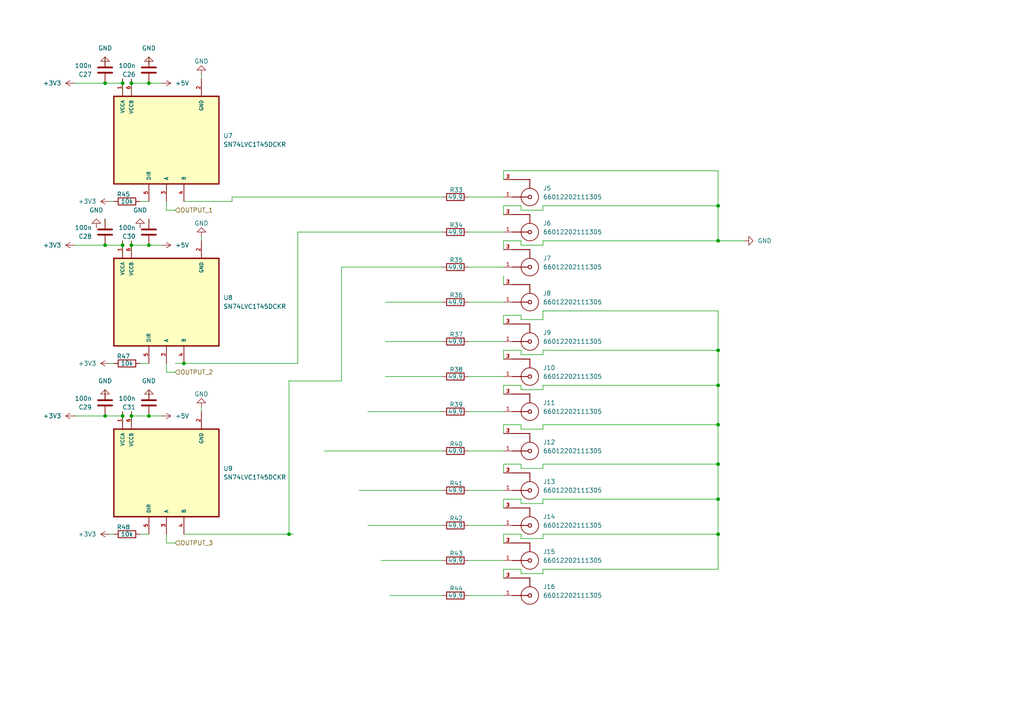
<source format=kicad_sch>
(kicad_sch (version 20250114) (generator "eeschema") (generator_version "9.0")
  (paper "A4")
  (title_block (title "Output Ports") (date "2025-10-31") (rev "0.1") (company "OpenPIV Consortium") (comment 1 "Output ports for each output channel"))
  (lib_symbols
    (symbol "66012202111305:66012202111305" (pin_names (offset 1.016))
      (property "Reference" "J" (at 0 3.54 0))
      (property "Value" "66012202111305" (at -5.08 -8.08 0))
      (symbol "66012202111305_0_0"
        (circle (center 0 0) (radius 0.5) (stroke (width 0.254)))
        (circle (center 0 0) (radius 2.54) (stroke (width 0.2)))
        (polyline (pts (xy 0 -2.54) (xy 0 -5.08)) (stroke (width 0.254)))
        (polyline (pts (xy 0 -5.08) (xy 5.08 -5.08)) (stroke (width 0.254)))
        (polyline (pts (xy 5.08 0) (xy 0.54 0)) (stroke (width 0.254)))
        (pin passive line (at 7.62 0 180) (length 2.54) (name "~") (number "1"))
        (pin passive line (at 7.62 -5.08 180) (length 2.54) (name "~") (number "2"))
        (pin passive line (at 7.62 -5.08 180) (length 2.54) (name "~") (number "3"))
      )
    )
    (symbol "Device:C" (pin_numbers (hide yes)) (pin_names (offset 0.254))
      (property "Reference" "C" (at 0.635 2.54 0))
      (property "Value" "C" (at 0.635 -2.54 0))
      (symbol "C_0_1"
        (polyline (pts (xy -2.032 0.762) (xy 2.032 0.762)) (stroke (width 0.508)))
        (polyline (pts (xy -2.032 -0.762) (xy 2.032 -0.762)) (stroke (width 0.508)))
      )
      (symbol "C_1_1"
        (pin passive line (at 0 3.81 270) (length 2.794) (name "~") (number "1"))
        (pin passive line (at 0 -3.81 90) (length 2.794) (name "~") (number "2"))
      )
    )
    (symbol "Device:R" (pin_numbers (hide yes)) (pin_names (offset 0))
      (property "Reference" "R" (at 2.032 0 90))
      (property "Value" "R" (at 0 0 90))
      (symbol "R_0_1"
        (rectangle (start -1.016 -2.54) (end 1.016 2.54) (stroke (width 0.254)))
      )
      (symbol "R_1_1"
        (pin passive line (at 0 3.81 270) (length 1.27) (name "~") (number "1"))
        (pin passive line (at 0 -3.81 90) (length 1.27) (name "~") (number "2"))
      )
    )
    (symbol "SN74LVC1T45DCKR:SN74LVC1T45DCKR" (pin_names (offset 1.016))
      (property "Reference" "U" (at -12.7 16.24 0))
      (property "Value" "SN74LVC1T45DCKR" (at -12.7 -19.24 0))
      (symbol "SN74LVC1T45DCKR_0_0"
        (rectangle (start -12.7 -15.24) (end 12.7 15.24) (stroke (width 0.41)) (fill (type background)))
        (pin input line (at -17.78 5.08 0) (length 5.08) (name "DIR") (number "5"))
        (pin bidirectional line (at -17.78 0 0) (length 5.08) (name "A") (number "3"))
        (pin bidirectional line (at -17.78 -5.08 0) (length 5.08) (name "B") (number "4"))
        (pin power_in line (at 17.78 12.7 180) (length 5.08) (name "VCCA") (number "1"))
        (pin power_in line (at 17.78 10.16 180) (length 5.08) (name "VCCB") (number "6"))
        (pin power_in line (at 17.78 -10.16 180) (length 5.08) (name "GND") (number "2"))
      )
    )
    (symbol "power:+3V3" (power) (pin_numbers (hide yes)) (pin_names (offset 0) (hide yes))
      (property "Value" "+3V3" (at 0 3.556 0))
      (symbol "+3V3_0_1"
        (polyline (pts (xy -0.762 1.27) (xy 0 2.54)))
        (polyline (pts (xy 0 2.54) (xy 0.762 1.27)))
        (polyline (pts (xy 0 0) (xy 0 2.54)))
      )
      (symbol "+3V3_1_1"
        (pin power_in line (at 0 0 90) (length 0) (name "~") (number "1"))
      )
    )
    (symbol "power:+5V" (power) (pin_numbers (hide yes)) (pin_names (offset 0) (hide yes))
      (property "Value" "+5V" (at 0 3.556 0))
      (symbol "+5V_0_1"
        (polyline (pts (xy -0.762 1.27) (xy 0 2.54)))
        (polyline (pts (xy 0 2.54) (xy 0.762 1.27)))
        (polyline (pts (xy 0 0) (xy 0 2.54)))
      )
      (symbol "+5V_1_1"
        (pin power_in line (at 0 0 90) (length 0) (name "~") (number "1"))
      )
    )
    (symbol "power:GND" (power) (pin_numbers (hide yes)) (pin_names (offset 0) (hide yes))
      (property "Value" "GND" (at 0 -3.81 0))
      (symbol "GND_0_1"
        (polyline (pts (xy 0 0) (xy 0 -1.27) (xy 1.27 -1.27) (xy 0 -2.54) (xy -1.27 -1.27) (xy 0 -1.27)))
      )
      (symbol "GND_1_1"
        (pin power_in line (at 0 0 270) (length 0) (name "~") (number "1"))
      )
    )
  )
  (junction (at 38.1 71.12))
  (junction (at 208.28 111.76))
  (junction (at 83.82 154.94))
  (junction (at 30.48 71.12))
  (junction (at 35.56 24.13))
  (junction (at 208.28 59.69))
  (junction (at 53.34 105.41))
  (junction (at 43.18 71.12))
  (junction (at 208.28 144.78))
  (junction (at 35.56 71.12))
  (junction (at 43.18 120.65))
  (junction (at 208.28 154.94))
  (junction (at 30.48 24.13))
  (junction (at 38.1 24.13))
  (junction (at 208.28 101.6))
  (junction (at 30.48 120.65))
  (junction (at 208.28 123.19))
  (junction (at 208.28 134.62))
  (junction (at 38.1 120.65))
  (junction (at 43.18 24.13))
  (junction (at 208.28 69.85))
  (junction (at 35.56 120.65))
  (wire (pts (xy 157.48 123.19) (xy 208.28 123.19)))
  (wire (pts (xy 38.1 71.12) (xy 43.18 71.12)))
  (wire (pts (xy 146.05 144.78) (xy 151.13 144.78)))
  (wire (pts (xy 208.28 134.62) (xy 208.28 144.78)))
  (wire (pts (xy 67.31 57.15) (xy 67.31 58.42)))
  (wire (pts (xy 35.56 120.65) (xy 35.56 119.38)))
  (wire (pts (xy 151.13 71.12) (xy 157.48 71.12)))
  (wire (pts (xy 208.28 49.53) (xy 208.28 59.69)))
  (wire (pts (xy 157.48 59.69) (xy 208.28 59.69)))
  (wire (pts (xy 146.05 157.48) (xy 146.05 154.94)))
  (wire (pts (xy 48.26 107.95) (xy 50.8 107.95)))
  (wire (pts (xy 113.03 172.72) (xy 128.27 172.72)))
  (wire (pts (xy 38.1 73.66) (xy 38.1 71.12)))
  (wire (pts (xy 157.48 165.1) (xy 208.28 165.1)))
  (wire (pts (xy 151.13 101.6) (xy 151.13 102.87)))
  (wire (pts (xy 157.48 135.89) (xy 157.48 134.62)))
  (wire (pts (xy 146.05 52.07) (xy 146.05 49.53)))
  (wire (pts (xy 30.48 71.12) (xy 35.56 71.12)))
  (wire (pts (xy 146.05 123.19) (xy 151.13 123.19)))
  (wire (pts (xy 151.13 123.19) (xy 151.13 124.46)))
  (wire (pts (xy 38.1 120.65) (xy 43.18 120.65)))
  (wire (pts (xy 30.48 114.3) (xy 30.48 113.03)))
  (wire (pts (xy 146.05 62.23) (xy 146.05 59.69)))
  (wire (pts (xy 30.48 120.65) (xy 35.56 120.65)))
  (wire (pts (xy 67.31 57.15) (xy 128.27 57.15)))
  (wire (pts (xy 157.48 90.17) (xy 157.48 92.71)))
  (wire (pts (xy 58.42 21.59) (xy 58.42 22.86)))
  (wire (pts (xy 35.56 24.13) (xy 35.56 22.86)))
  (wire (pts (xy 67.31 58.42) (xy 53.34 58.42)))
  (wire (pts (xy 146.05 154.94) (xy 151.13 154.94)))
  (wire (pts (xy 146.05 137.16) (xy 146.05 134.62)))
  (wire (pts (xy 157.48 102.87) (xy 157.48 101.6)))
  (wire (pts (xy 86.36 67.31) (xy 128.27 67.31)))
  (wire (pts (xy 35.56 26.67) (xy 35.56 24.13)))
  (wire (pts (xy 157.48 146.05) (xy 157.48 144.78)))
  (wire (pts (xy 38.1 26.67) (xy 38.1 24.13)))
  (wire (pts (xy 83.82 154.94) (xy 85.09 154.94)))
  (wire (pts (xy 151.13 60.96) (xy 157.48 60.96)))
  (wire (pts (xy 83.82 154.94) (xy 83.82 110.49)))
  (wire (pts (xy 146.05 69.85) (xy 151.13 69.85)))
  (wire (pts (xy 43.18 24.13) (xy 46.99 24.13)))
  (wire (pts (xy 50.8 105.41) (xy 53.34 105.41)))
  (wire (pts (xy 208.28 101.6) (xy 208.28 111.76)))
  (wire (pts (xy 157.48 154.94) (xy 208.28 154.94)))
  (wire (pts (xy 53.34 105.41) (xy 86.36 105.41)))
  (wire (pts (xy 146.05 101.6) (xy 151.13 101.6)))
  (wire (pts (xy 30.48 24.13) (xy 35.56 24.13)))
  (wire (pts (xy 146.05 167.64) (xy 146.05 165.1)))
  (wire (pts (xy 146.05 93.98) (xy 146.05 91.44)))
  (wire (pts (xy 208.28 154.94) (xy 208.28 165.1)))
  (wire (pts (xy 30.48 64.77) (xy 30.48 63.5)))
  (wire (pts (xy 157.48 124.46) (xy 157.48 123.19)))
  (wire (pts (xy 157.48 111.76) (xy 208.28 111.76)))
  (wire (pts (xy 43.18 64.77) (xy 43.18 63.5)))
  (wire (pts (xy 99.06 77.47) (xy 128.27 77.47)))
  (wire (pts (xy 208.28 123.19) (xy 208.28 134.62)))
  (wire (pts (xy 146.05 59.69) (xy 151.13 59.69)))
  (wire (pts (xy 151.13 146.05) (xy 157.48 146.05)))
  (wire (pts (xy 111.76 87.63) (xy 128.27 87.63)))
  (wire (pts (xy 35.56 123.19) (xy 35.56 120.65)))
  (wire (pts (xy 53.34 154.94) (xy 83.82 154.94)))
  (wire (pts (xy 99.06 110.49) (xy 99.06 77.47)))
  (wire (pts (xy 157.48 71.12) (xy 157.48 69.85)))
  (wire (pts (xy 135.89 87.63) (xy 146.05 87.63)))
  (wire (pts (xy 157.48 60.96) (xy 157.48 59.69)))
  (wire (pts (xy 38.1 120.65) (xy 38.1 119.38)))
  (wire (pts (xy 38.1 24.13) (xy 38.1 22.86)))
  (wire (pts (xy 157.48 144.78) (xy 208.28 144.78)))
  (wire (pts (xy 208.28 90.17) (xy 208.28 101.6)))
  (wire (pts (xy 106.68 119.38) (xy 128.27 119.38)))
  (wire (pts (xy 30.48 17.78) (xy 30.48 16.51)))
  (wire (pts (xy 135.89 109.22) (xy 146.05 109.22)))
  (wire (pts (xy 35.56 73.66) (xy 35.56 71.12)))
  (wire (pts (xy 135.89 152.4) (xy 146.05 152.4)))
  (wire (pts (xy 43.18 114.3) (xy 43.18 113.03)))
  (wire (pts (xy 106.68 152.4) (xy 128.27 152.4)))
  (wire (pts (xy 208.28 69.85) (xy 215.9 69.85)))
  (wire (pts (xy 135.89 142.24) (xy 146.05 142.24)))
  (wire (pts (xy 146.05 147.32) (xy 146.05 144.78)))
  (wire (pts (xy 31.75 105.41) (xy 33.02 105.41)))
  (wire (pts (xy 135.89 162.56) (xy 146.05 162.56)))
  (wire (pts (xy 151.13 124.46) (xy 157.48 124.46)))
  (wire (pts (xy 208.28 59.69) (xy 208.28 69.85)))
  (wire (pts (xy 151.13 166.37) (xy 157.48 166.37)))
  (wire (pts (xy 58.42 68.58) (xy 58.42 69.85)))
  (wire (pts (xy 151.13 134.62) (xy 151.13 135.89)))
  (wire (pts (xy 40.64 58.42) (xy 43.18 58.42)))
  (wire (pts (xy 146.05 134.62) (xy 151.13 134.62)))
  (wire (pts (xy 93.98 130.81) (xy 128.27 130.81)))
  (wire (pts (xy 146.05 114.3) (xy 146.05 111.76)))
  (wire (pts (xy 151.13 165.1) (xy 151.13 166.37)))
  (wire (pts (xy 135.89 57.15) (xy 146.05 57.15)))
  (wire (pts (xy 43.18 17.78) (xy 43.18 16.51)))
  (wire (pts (xy 48.26 60.96) (xy 50.8 60.96)))
  (wire (pts (xy 48.26 154.94) (xy 48.26 157.48)))
  (wire (pts (xy 48.26 105.41) (xy 48.26 107.95)))
  (wire (pts (xy 157.48 101.6) (xy 208.28 101.6)))
  (wire (pts (xy 135.89 130.81) (xy 146.05 130.81)))
  (wire (pts (xy 146.05 91.44) (xy 151.13 91.44)))
  (wire (pts (xy 146.05 49.53) (xy 208.28 49.53)))
  (wire (pts (xy 157.48 69.85) (xy 208.28 69.85)))
  (wire (pts (xy 43.18 120.65) (xy 46.99 120.65)))
  (wire (pts (xy 21.59 71.12) (xy 30.48 71.12)))
  (wire (pts (xy 38.1 71.12) (xy 38.1 69.85)))
  (wire (pts (xy 151.13 92.71) (xy 157.48 92.71)))
  (wire (pts (xy 58.42 118.11) (xy 58.42 119.38)))
  (wire (pts (xy 83.82 110.49) (xy 99.06 110.49)))
  (wire (pts (xy 146.05 125.73) (xy 146.05 123.19)))
  (wire (pts (xy 135.89 99.06) (xy 146.05 99.06)))
  (wire (pts (xy 40.64 105.41) (xy 43.18 105.41)))
  (wire (pts (xy 146.05 82.55) (xy 146.05 80.01)))
  (wire (pts (xy 157.48 90.17) (xy 208.28 90.17)))
  (wire (pts (xy 146.05 111.76) (xy 151.13 111.76)))
  (wire (pts (xy 151.13 69.85) (xy 151.13 71.12)))
  (wire (pts (xy 151.13 156.21) (xy 157.48 156.21)))
  (wire (pts (xy 135.89 77.47) (xy 146.05 77.47)))
  (wire (pts (xy 135.89 172.72) (xy 146.05 172.72)))
  (wire (pts (xy 151.13 113.03) (xy 157.48 113.03)))
  (wire (pts (xy 38.1 123.19) (xy 38.1 120.65)))
  (wire (pts (xy 208.28 144.78) (xy 208.28 154.94)))
  (wire (pts (xy 31.75 154.94) (xy 33.02 154.94)))
  (wire (pts (xy 146.05 104.14) (xy 146.05 101.6)))
  (wire (pts (xy 35.56 71.12) (xy 35.56 69.85)))
  (wire (pts (xy 40.64 154.94) (xy 43.18 154.94)))
  (wire (pts (xy 151.13 102.87) (xy 157.48 102.87)))
  (wire (pts (xy 43.18 71.12) (xy 46.99 71.12)))
  (wire (pts (xy 135.89 119.38) (xy 146.05 119.38)))
  (wire (pts (xy 157.48 166.37) (xy 157.48 165.1)))
  (wire (pts (xy 86.36 105.41) (xy 86.36 67.31)))
  (wire (pts (xy 104.14 142.24) (xy 128.27 142.24)))
  (wire (pts (xy 48.26 58.42) (xy 48.26 60.96)))
  (wire (pts (xy 21.59 120.65) (xy 30.48 120.65)))
  (wire (pts (xy 151.13 135.89) (xy 157.48 135.89)))
  (wire (pts (xy 151.13 59.69) (xy 151.13 60.96)))
  (wire (pts (xy 38.1 24.13) (xy 43.18 24.13)))
  (wire (pts (xy 151.13 144.78) (xy 151.13 146.05)))
  (wire (pts (xy 111.76 99.06) (xy 128.27 99.06)))
  (wire (pts (xy 157.48 134.62) (xy 208.28 134.62)))
  (wire (pts (xy 151.13 154.94) (xy 151.13 156.21)))
  (wire (pts (xy 208.28 111.76) (xy 208.28 123.19)))
  (wire (pts (xy 31.75 58.42) (xy 33.02 58.42)))
  (wire (pts (xy 48.26 157.48) (xy 50.8 157.48)))
  (wire (pts (xy 146.05 72.39) (xy 146.05 69.85)))
  (wire (pts (xy 111.76 109.22) (xy 128.27 109.22)))
  (wire (pts (xy 151.13 111.76) (xy 151.13 113.03)))
  (wire (pts (xy 21.59 24.13) (xy 30.48 24.13)))
  (wire (pts (xy 135.89 67.31) (xy 146.05 67.31)))
  (wire (pts (xy 151.13 91.44) (xy 151.13 92.71)))
  (wire (pts (xy 146.05 165.1) (xy 151.13 165.1)))
  (wire (pts (xy 110.49 162.56) (xy 128.27 162.56)))
  (wire (pts (xy 157.48 156.21) (xy 157.48 154.94)))
  (wire (pts (xy 157.48 113.03) (xy 157.48 111.76)))
  (hierarchical_label "OUTPUT_1" (shape input) (at 50.8 60.96 0))
  (hierarchical_label "OUTPUT_2" (shape input) (at 50.8 107.95 0))
  (hierarchical_label "OUTPUT_3" (shape input) (at 50.8 157.48 0))
  (symbol (lib_id "power:GND") (at 30.48 19.05 180) (unit 1)
    (property "Reference" "#PWR069" (effects (hide yes)))
    (property "Value" "GND" (at 30.48 13.97 0))
    (property "Description" "Power symbol creates a global label with name \"GND\" , ground" (effects (hide yes)))
  )
  (symbol (lib_id "power:+3V3") (at 21.59 71.12 90) (unit 1)
    (property "Reference" "#PWR060" (effects (hide yes)))
    (property "Value" "+3V3" (at 17.78 71.1199 90) (effects (justify left)))
    (property "Description" "Power symbol creates a global label with name \"+3V3\"" (effects (hide yes)))
  )
  (symbol (lib_id "66012202111305:66012202111305") (at 153.67 162.56 180) (unit 1)
    (property "Reference" "J15" (at 157.48 160.0064 0) (effects (justify right)))
    (property "Value" "66012202111305" (at 157.48 162.5464 0) (effects (justify right)))
    (property "Footprint" "66012202111305:66012202111305" (effects (hide yes)))
  )
  (symbol (lib_id "Device:R") (at 132.08 99.06 90) (unit 1)
    (property "Reference" "R37" (at 132.334 97.028 90))
    (property "Value" "49.9" (at 132.08 99.06 90))
    (property "Footprint" "Resistor_SMD:R_0402_1005Metric" (effects (hide yes)))
    (property "Description" "Resistor" (effects (hide yes)))
  )
  (symbol (lib_id "power:+3V3") (at 21.59 120.65 90) (unit 1)
    (property "Reference" "#PWR066" (effects (hide yes)))
    (property "Value" "+3V3" (at 17.78 120.6499 90) (effects (justify left)))
    (property "Description" "Power symbol creates a global label with name \"+3V3\"" (effects (hide yes)))
  )
  (symbol (lib_id "66012202111305:66012202111305") (at 153.67 99.06 180) (unit 1)
    (property "Reference" "J9" (at 157.48 96.5064 0) (effects (justify right)))
    (property "Value" "66012202111305" (at 157.48 99.0464 0) (effects (justify right)))
    (property "Footprint" "66012202111305:66012202111305" (effects (hide yes)))
  )
  (symbol (lib_id "Device:R") (at 132.08 57.15 90) (unit 1)
    (property "Reference" "R33" (at 132.334 55.118 90))
    (property "Value" "49.9" (at 132.08 57.15 90))
    (property "Footprint" "Resistor_SMD:R_0402_1005Metric" (effects (hide yes)))
    (property "Description" "Resistor" (effects (hide yes)))
  )
  (symbol (lib_id "66012202111305:66012202111305") (at 153.67 130.81 180) (unit 1)
    (property "Reference" "J12" (at 157.48 128.2564 0) (effects (justify right)))
    (property "Value" "66012202111305" (at 157.48 130.7964 0) (effects (justify right)))
    (property "Footprint" "66012202111305:66012202111305" (effects (hide yes)))
  )
  (symbol (lib_id "66012202111305:66012202111305") (at 153.67 77.47 180) (unit 1)
    (property "Reference" "J7" (at 157.48 74.9164 0) (effects (justify right)))
    (property "Value" "66012202111305" (at 157.48 77.4564 0) (effects (justify right)))
    (property "Footprint" "66012202111305:66012202111305" (effects (hide yes)))
  )
  (symbol (lib_id "Device:R") (at 132.08 77.47 90) (unit 1)
    (property "Reference" "R35" (at 132.334 75.438 90))
    (property "Value" "49.9" (at 132.08 77.47 90))
    (property "Footprint" "Resistor_SMD:R_0402_1005Metric" (effects (hide yes)))
    (property "Description" "Resistor" (effects (hide yes)))
  )
  (symbol (lib_id "66012202111305:66012202111305") (at 153.67 57.15 180) (unit 1)
    (property "Reference" "J5" (at 157.48 54.5964 0) (effects (justify right)))
    (property "Value" "66012202111305" (at 157.48 57.1364 0) (effects (justify right)))
    (property "Footprint" "66012202111305:66012202111305" (effects (hide yes)))
  )
  (symbol (lib_id "Device:C") (at 43.18 20.32 180) (unit 1)
    (property "Reference" "C26" (at 39.37 21.5901 0) (effects (justify left)))
    (property "Value" "100n" (at 39.37 19.0501 0) (effects (justify left)))
    (property "Footprint" "RP2350_80QFN_minimal:C_0402_1005Metric_small_pads" (effects (hide yes)))
    (property "Description" "Unpolarized capacitor" (effects (hide yes)))
  )
  (symbol (lib_id "Device:R") (at 132.08 130.81 90) (unit 1)
    (property "Reference" "R40" (at 132.334 128.778 90))
    (property "Value" "49.9" (at 132.08 130.81 90))
    (property "Footprint" "Resistor_SMD:R_0402_1005Metric" (effects (hide yes)))
    (property "Description" "Resistor" (effects (hide yes)))
  )
  (symbol (lib_id "66012202111305:66012202111305") (at 153.67 152.4 180) (unit 1)
    (property "Reference" "J14" (at 157.48 149.8464 0) (effects (justify right)))
    (property "Value" "66012202111305" (at 157.48 152.3864 0) (effects (justify right)))
    (property "Footprint" "66012202111305:66012202111305" (effects (hide yes)))
  )
  (symbol (lib_id "power:+5V") (at 46.99 71.12 270) (unit 1)
    (property "Reference" "#PWR071" (effects (hide yes)))
    (property "Value" "+5V" (at 50.8 71.1199 90) (effects (justify left)))
    (property "Description" "Power symbol creates a global label with name \"+5V\"" (effects (hide yes)))
  )
  (symbol (lib_id "SN74LVC1T45DCKR:SN74LVC1T45DCKR") (at 48.26 40.64 90) (unit 1)
    (property "Reference" "U7" (at 64.77 39.3699 90) (effects (justify right)))
    (property "Value" "SN74LVC1T45DCKR" (at 64.77 41.9099 90) (effects (justify right)))
    (property "Footprint" "SN74LVC1T45DCKR:SOT65P210X110-6N" (effects (hide yes)))
  )
  (symbol (lib_id "Device:C") (at 30.48 20.32 180) (unit 1)
    (property "Reference" "C27" (at 26.67 21.5901 0) (effects (justify left)))
    (property "Value" "100n" (at 26.67 19.0501 0) (effects (justify left)))
    (property "Footprint" "RP2350_80QFN_minimal:C_0402_1005Metric_small_pads" (effects (hide yes)))
    (property "Description" "Unpolarized capacitor" (effects (hide yes)))
  )
  (symbol (lib_id "Device:R") (at 132.08 87.63 90) (unit 1)
    (property "Reference" "R36" (at 132.334 85.598 90))
    (property "Value" "49.9" (at 132.08 87.63 90))
    (property "Footprint" "Resistor_SMD:R_0402_1005Metric" (effects (hide yes)))
    (property "Description" "Resistor" (effects (hide yes)))
  )
  (symbol (lib_id "Device:R") (at 36.83 105.41 90) (unit 1)
    (property "Reference" "R47" (at 35.814 103.378 90))
    (property "Value" "10k" (at 36.83 105.41 90))
    (property "Footprint" "Resistor_SMD:R_0402_1005Metric" (effects (hide yes)))
    (property "Description" "Resistor" (effects (hide yes)))
  )
  (symbol (lib_id "Device:C") (at 43.18 67.31 180) (unit 1)
    (property "Reference" "C30" (at 39.37 68.5801 0) (effects (justify left)))
    (property "Value" "100n" (at 39.37 66.0401 0) (effects (justify left)))
    (property "Footprint" "RP2350_80QFN_minimal:C_0402_1005Metric_small_pads" (effects (hide yes)))
    (property "Description" "Unpolarized capacitor" (effects (hide yes)))
  )
  (symbol (lib_id "power:GND") (at 58.42 118.11 180) (unit 1)
    (property "Reference" "#PWR077" (effects (hide yes)))
    (property "Value" "GND" (at 58.42 114.3 0))
    (property "Description" "Power symbol creates a global label with name \"GND\" , ground" (effects (hide yes)))
  )
  (symbol (lib_id "Device:R") (at 132.08 142.24 90) (unit 1)
    (property "Reference" "R41" (at 132.334 140.208 90))
    (property "Value" "49.9" (at 132.08 142.24 90))
    (property "Footprint" "Resistor_SMD:R_0402_1005Metric" (effects (hide yes)))
    (property "Description" "Resistor" (effects (hide yes)))
  )
  (symbol (lib_id "Device:R") (at 132.08 152.4 90) (unit 1)
    (property "Reference" "R42" (at 132.334 150.368 90))
    (property "Value" "49.9" (at 132.08 152.4 90))
    (property "Footprint" "Resistor_SMD:R_0402_1005Metric" (effects (hide yes)))
    (property "Description" "Resistor" (effects (hide yes)))
  )
  (symbol (lib_id "power:+5V") (at 46.99 120.65 270) (unit 1)
    (property "Reference" "#PWR076" (effects (hide yes)))
    (property "Value" "+5V" (at 50.8 120.6499 90) (effects (justify left)))
    (property "Description" "Power symbol creates a global label with name \"+5V\"" (effects (hide yes)))
  )
  (symbol (lib_id "SN74LVC1T45DCKR:SN74LVC1T45DCKR") (at 48.26 87.63 90) (unit 1)
    (property "Reference" "U8" (at 64.77 86.3599 90) (effects (justify right)))
    (property "Value" "SN74LVC1T45DCKR" (at 64.77 88.8999 90) (effects (justify right)))
    (property "Footprint" "SN74LVC1T45DCKR:SOT65P210X110-6N" (effects (hide yes)))
  )
  (symbol (lib_id "power:GND") (at 27.94 66.04 180) (unit 1)
    (property "Reference" "#PWR070" (effects (hide yes)))
    (property "Value" "GND" (at 27.94 60.96 0))
    (property "Description" "Power symbol creates a global label with name \"GND\" , ground" (effects (hide yes)))
  )
  (symbol (lib_id "66012202111305:66012202111305") (at 153.67 119.38 180) (unit 1)
    (property "Reference" "J11" (at 157.48 116.8264 0) (effects (justify right)))
    (property "Value" "66012202111305" (at 157.48 119.3664 0) (effects (justify right)))
    (property "Footprint" "66012202111305:66012202111305" (effects (hide yes)))
  )
  (symbol (lib_id "Device:R") (at 132.08 162.56 90) (unit 1)
    (property "Reference" "R43" (at 132.334 160.528 90))
    (property "Value" "49.9" (at 132.08 162.56 90))
    (property "Footprint" "Resistor_SMD:R_0402_1005Metric" (effects (hide yes)))
    (property "Description" "Resistor" (effects (hide yes)))
  )
  (symbol (lib_id "Device:R") (at 132.08 67.31 90) (unit 1)
    (property "Reference" "R34" (at 132.334 65.278 90))
    (property "Value" "49.9" (at 132.08 67.31 90))
    (property "Footprint" "Resistor_SMD:R_0402_1005Metric" (effects (hide yes)))
    (property "Description" "Resistor" (effects (hide yes)))
  )
  (symbol (lib_id "power:+3V3") (at 31.75 105.41 90) (unit 1)
    (property "Reference" "#PWR062" (effects (hide yes)))
    (property "Value" "+3V3" (at 27.94 105.4099 90) (effects (justify left)))
    (property "Description" "Power symbol creates a global label with name \"+3V3\"" (effects (hide yes)))
  )
  (symbol (lib_id "66012202111305:66012202111305") (at 153.67 67.31 180) (unit 1)
    (property "Reference" "J6" (at 157.48 64.7564 0) (effects (justify right)))
    (property "Value" "66012202111305" (at 157.48 67.2964 0) (effects (justify right)))
    (property "Footprint" "66012202111305:66012202111305" (effects (hide yes)))
  )
  (symbol (lib_id "Device:R") (at 132.08 119.38 90) (unit 1)
    (property "Reference" "R39" (at 132.334 117.348 90))
    (property "Value" "49.9" (at 132.08 119.38 90))
    (property "Footprint" "Resistor_SMD:R_0402_1005Metric" (effects (hide yes)))
    (property "Description" "Resistor" (effects (hide yes)))
  )
  (symbol (lib_id "power:GND") (at 40.64 66.04 180) (unit 1)
    (property "Reference" "#PWR064" (effects (hide yes)))
    (property "Value" "GND" (at 40.64 60.96 0))
    (property "Description" "Power symbol creates a global label with name \"GND\" , ground" (effects (hide yes)))
  )
  (symbol (lib_id "66012202111305:66012202111305") (at 153.67 87.63 180) (unit 1)
    (property "Reference" "J8" (at 157.48 85.0764 0) (effects (justify right)))
    (property "Value" "66012202111305" (at 157.48 87.6164 0) (effects (justify right)))
    (property "Footprint" "66012202111305:66012202111305" (effects (hide yes)))
  )
  (symbol (lib_id "66012202111305:66012202111305") (at 153.67 142.24 180) (unit 1)
    (property "Reference" "J13" (at 157.48 139.6864 0) (effects (justify right)))
    (property "Value" "66012202111305" (at 157.48 142.2264 0) (effects (justify right)))
    (property "Footprint" "66012202111305:66012202111305" (effects (hide yes)))
  )
  (symbol (lib_id "Device:R") (at 132.08 172.72 90) (unit 1)
    (property "Reference" "R44" (at 132.334 170.688 90))
    (property "Value" "49.9" (at 132.08 172.72 90))
    (property "Footprint" "Resistor_SMD:R_0402_1005Metric" (effects (hide yes)))
    (property "Description" "Resistor" (effects (hide yes)))
  )
  (symbol (lib_id "66012202111305:66012202111305") (at 153.67 109.22 180) (unit 1)
    (property "Reference" "J10" (at 157.48 106.6664 0) (effects (justify right)))
    (property "Value" "66012202111305" (at 157.48 109.2064 0) (effects (justify right)))
    (property "Footprint" "66012202111305:66012202111305" (effects (hide yes)))
  )
  (symbol (lib_id "power:+3V3") (at 21.59 24.13 90) (unit 1)
    (property "Reference" "#PWR030" (effects (hide yes)))
    (property "Value" "+3V3" (at 17.78 24.1299 90) (effects (justify left)))
    (property "Description" "Power symbol creates a global label with name \"+3V3\"" (effects (hide yes)))
  )
  (symbol (lib_id "Device:C") (at 43.18 116.84 180) (unit 1)
    (property "Reference" "C31" (at 39.37 118.1101 0) (effects (justify left)))
    (property "Value" "100n" (at 39.37 115.5701 0) (effects (justify left)))
    (property "Footprint" "RP2350_80QFN_minimal:C_0402_1005Metric_small_pads" (effects (hide yes)))
    (property "Description" "Unpolarized capacitor" (effects (hide yes)))
  )
  (symbol (lib_id "power:+3V3") (at 31.75 154.94 90) (unit 1)
    (property "Reference" "#PWR074" (effects (hide yes)))
    (property "Value" "+3V3" (at 27.94 154.9399 90) (effects (justify left)))
    (property "Description" "Power symbol creates a global label with name \"+3V3\"" (effects (hide yes)))
  )
  (symbol (lib_id "Device:R") (at 132.08 109.22 90) (unit 1)
    (property "Reference" "R38" (at 132.334 107.188 90))
    (property "Value" "49.9" (at 132.08 109.22 90))
    (property "Footprint" "Resistor_SMD:R_0402_1005Metric" (effects (hide yes)))
    (property "Description" "Resistor" (effects (hide yes)))
  )
  (symbol (lib_id "SN74LVC1T45DCKR:SN74LVC1T45DCKR") (at 48.26 137.16 90) (unit 1)
    (property "Reference" "U9" (at 64.77 135.8899 90) (effects (justify right)))
    (property "Value" "SN74LVC1T45DCKR" (at 64.77 138.4299 90) (effects (justify right)))
    (property "Footprint" "SN74LVC1T45DCKR:SOT65P210X110-6N" (effects (hide yes)))
  )
  (symbol (lib_id "Device:R") (at 36.83 154.94 90) (unit 1)
    (property "Reference" "R48" (at 35.814 152.908 90))
    (property "Value" "10k" (at 36.83 154.94 90))
    (property "Footprint" "Resistor_SMD:R_0402_1005Metric" (effects (hide yes)))
    (property "Description" "Resistor" (effects (hide yes)))
  )
  (symbol (lib_id "power:GND") (at 43.18 19.05 180) (unit 1)
    (property "Reference" "#PWR063" (effects (hide yes)))
    (property "Value" "GND" (at 43.18 13.97 0))
    (property "Description" "Power symbol creates a global label with name \"GND\" , ground" (effects (hide yes)))
  )
  (symbol (lib_id "power:GND") (at 215.9 69.85 90) (unit 1)
    (property "Reference" "#PWR067" (effects (hide yes)))
    (property "Value" "GND" (at 219.71 69.8499 90) (effects (justify right)))
    (property "Description" "Power symbol creates a global label with name \"GND\" , ground" (effects (hide yes)))
  )
  (symbol (lib_id "power:GND") (at 58.42 21.59 180) (unit 1)
    (property "Reference" "#PWR029" (effects (hide yes)))
    (property "Value" "GND" (at 58.42 17.78 0))
    (property "Description" "Power symbol creates a global label with name \"GND\" , ground" (effects (hide yes)))
  )
  (symbol (lib_id "66012202111305:66012202111305") (at 153.67 172.72 180) (unit 1)
    (property "Reference" "J16" (at 157.48 170.1664 0) (effects (justify right)))
    (property "Value" "66012202111305" (at 157.48 172.7064 0) (effects (justify right)))
    (property "Footprint" "66012202111305:66012202111305" (effects (hide yes)))
  )
  (symbol (lib_id "Device:C") (at 30.48 116.84 180) (unit 1)
    (property "Reference" "C29" (at 26.67 118.1101 0) (effects (justify left)))
    (property "Value" "100n" (at 26.67 115.5701 0) (effects (justify left)))
    (property "Footprint" "RP2350_80QFN_minimal:C_0402_1005Metric_small_pads" (effects (hide yes)))
    (property "Description" "Unpolarized capacitor" (effects (hide yes)))
  )
  (symbol (lib_id "power:GND") (at 30.48 115.57 180) (unit 1)
    (property "Reference" "#PWR073" (effects (hide yes)))
    (property "Value" "GND" (at 30.48 110.49 0))
    (property "Description" "Power symbol creates a global label with name \"GND\" , ground" (effects (hide yes)))
  )
  (symbol (lib_id "power:GND") (at 58.42 68.58 180) (unit 1)
    (property "Reference" "#PWR072" (effects (hide yes)))
    (property "Value" "GND" (at 58.42 64.77 0))
    (property "Description" "Power symbol creates a global label with name \"GND\" , ground" (effects (hide yes)))
  )
  (symbol (lib_id "Device:R") (at 36.83 58.42 90) (unit 1)
    (property "Reference" "R45" (at 35.814 56.388 90))
    (property "Value" "10k" (at 36.83 58.42 90))
    (property "Footprint" "Resistor_SMD:R_0402_1005Metric" (effects (hide yes)))
    (property "Description" "Resistor" (effects (hide yes)))
  )
  (symbol (lib_id "power:GND") (at 43.18 115.57 180) (unit 1)
    (property "Reference" "#PWR075" (effects (hide yes)))
    (property "Value" "GND" (at 43.18 110.49 0))
    (property "Description" "Power symbol creates a global label with name \"GND\" , ground" (effects (hide yes)))
  )
  (symbol (lib_id "power:+3V3") (at 31.75 58.42 90) (unit 1)
    (property "Reference" "#PWR031" (effects (hide yes)))
    (property "Value" "+3V3" (at 27.94 58.4199 90) (effects (justify left)))
    (property "Description" "Power symbol creates a global label with name \"+3V3\"" (effects (hide yes)))
  )
  (symbol (lib_id "Device:C") (at 30.48 67.31 180) (unit 1)
    (property "Reference" "C28" (at 26.67 68.5801 0) (effects (justify left)))
    (property "Value" "100n" (at 26.67 66.0401 0) (effects (justify left)))
    (property "Footprint" "RP2350_80QFN_minimal:C_0402_1005Metric_small_pads" (effects (hide yes)))
    (property "Description" "Unpolarized capacitor" (effects (hide yes)))
  )
  (symbol (lib_id "power:+5V") (at 46.99 24.13 270) (unit 1)
    (property "Reference" "#PWR061" (effects (hide yes)))
    (property "Value" "+5V" (at 50.8 24.1299 90) (effects (justify left)))
    (property "Description" "Power symbol creates a global label with name \"+5V\"" (effects (hide yes)))
  )
)
</source>
